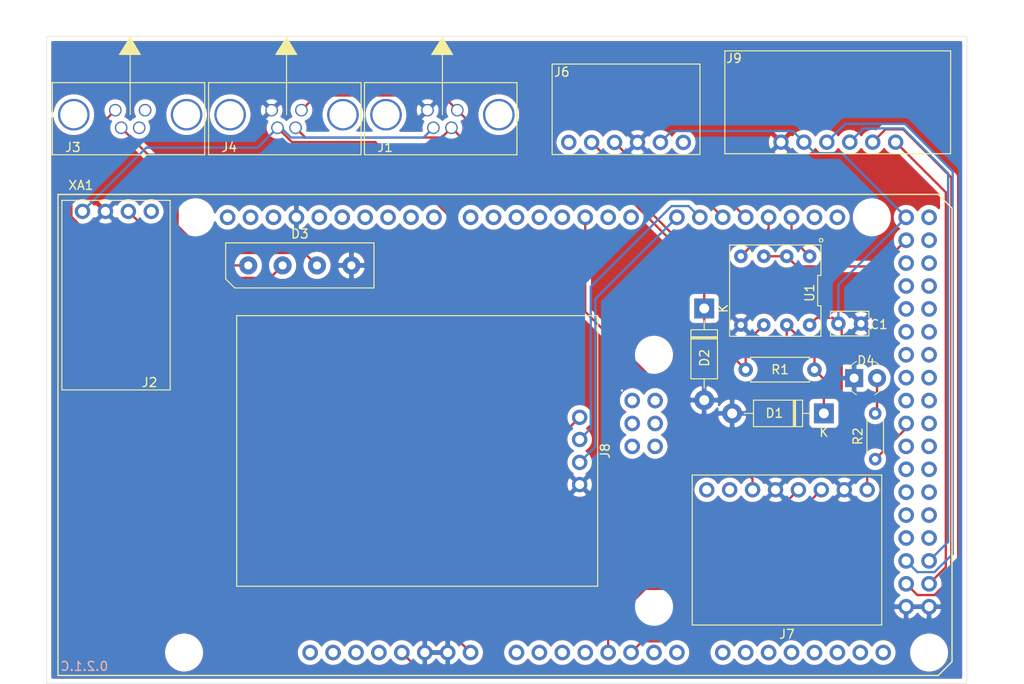
<source format=kicad_pcb>
(kicad_pcb (version 20171130) (host pcbnew "(5.1.8)-1")
  (layers (0 F.Cu signal) (31 B.Cu signal) (34 B.Paste user) (35 F.Paste user) (36 B.SilkS user) (37 F.SilkS user) (38 B.Mask user) (39 F.Mask user) (44 Edge.Cuts user))
  (net 0 "")
  (net 1 GND)
  (net 2 VCC)
  (net 3 "Net-(D1-Pad1)")
  (net 4 "Net-(D2-Pad1)")
  (net 5 /VIN)
  (net 6 "Net-(D3-Pad2)")
  (net 7 /D17)
  (net 8 /D16)
  (net 9 /A5)
  (net 10 /A4)
  (net 11 /D2)
  (net 12 /D15)
  (net 13 /D14)
  (net 14 /D53)
  (net 15 /D52)
  (net 16 /D51)
  (net 17 /D50)
  (net 18 /A8)
  (net 19 /A9)
  (net 20 /A10)
  (net 21 /A11)
  (net 22 /A12)
  (net 23 /A13)
  (net 24 /A14)
  (net 25 /A15)
  (net 26 /D21)
  (net 27 /D19)
  (net 28 /D18)
  (net 29 /D22)
  (net 30 /D23)
  (net 31 /D24)
  (net 32 /D25)
  (net 33 /D26)
  (net 34 /D27)
  (net 35 /D28)
  (net 36 /D29)
  (net 37 /D30)
  (net 38 /D31)
  (net 39 /D32)
  (net 40 /D33)
  (net 41 /D34)
  (net 42 /D35)
  (net 43 /D36)
  (net 44 /D37)
  (net 45 /D38)
  (net 46 /D39)
  (net 47 /D40)
  (net 48 /D41)
  (net 49 /D42)
  (net 50 /D43)
  (net 51 /D44)
  (net 52 /D45)
  (net 53 /D46)
  (net 54 /D47)
  (net 55 /D48)
  (net 56 /D49)
  (net 57 /A7)
  (net 58 /A6)
  (net 59 /A3)
  (net 60 /A2)
  (net 61 /A1)
  (net 62 /A0)
  (net 63 /D7)
  (net 64 /D6)
  (net 65 /D5)
  (net 66 /D4)
  (net 67 /D3)
  (net 68 /D1)
  (net 69 /D0)
  (net 70 /IOREF)
  (net 71 /RESET)
  (net 72 /AREF)
  (net 73 /D13)
  (net 74 /D12)
  (net 75 /D11)
  (net 76 /D10)
  (net 77 /D9)
  (net 78 /D8)
  (net 79 /D20)
  (net 80 "Net-(D4-Pad2)")
  (net 81 VDD)
  (net 82 "Net-(XA1-PadMISO)")
  (net 83 "Net-(XA1-Pad5V2)")
  (net 84 "Net-(XA1-PadSCK)")
  (net 85 "Net-(XA1-PadMOSI)")
  (net 86 "Net-(XA1-PadGND4)")
  (net 87 "Net-(XA1-PadRST2)")
  (net 88 "Net-(D3-Pad1)")
  (net 89 "Net-(D3-Pad3)")
  (net 90 "Net-(J6-Pad1)")
  (net 91 "Net-(J6-Pad6)")
  (net 92 "Net-(J7-Pad1)")
  (net 93 "Net-(J7-Pad2)")
  (net 94 SCL)
  (net 95 SDA)
  (net 96 "Net-(J2-Pad1)")
  (net 97 "Net-(J3-Pad4)")
  (net 98 "Net-(J3-Pad3)")
  (module Arduino:Arduino_Mega2560_Shield (layer F.Cu) (at 82.169 88.646)
    (fp_text reference XA1 (at 2.54 -54.356) (layer F.SilkS))
    (fp_text value Arduino_Mega2560_Shield)
    (fp_line (start 0 -53.34) (end 97.536 -53.34) (layer F.SilkS) (width 0.15))
    (fp_line (start 0 0) (end 97.536 0) (layer F.SilkS) (width 0.15))
    (fp_line (start 97.536 -53.34) (end 99.06 -51.816) (layer F.SilkS) (width 0.15))
    (fp_line (start 99.06 -40.64) (end 99.06 -51.816) (layer F.SilkS) (width 0.15))
    (fp_line (start 0 -53.34) (end 0 0) (layer F.SilkS) (width 0.15))
    (fp_line (start 99.06 -40.64) (end 99.06 -1.524) (layer F.SilkS) (width 0.15))
    (fp_line (start 97.536 0) (end 99.06 -1.524) (layer F.SilkS) (width 0.15))
    (fp_text user . (at 62.484 -32.004) (layer F.SilkS))
    (pad MISO thru_hole oval (at 63.627 -30.48) (size 1.7272 1.7272) (drill 1.016) (layers *.Cu *.Mask) (net 82 "Net-(XA1-PadMISO)"))
    (pad GND6 thru_hole oval (at 96.52 -7.62) (size 1.7272 1.7272) (drill 1.016) (layers *.Cu *.Mask) (net 1 GND))
    (pad GND5 thru_hole oval (at 93.98 -7.62) (size 1.7272 1.7272) (drill 1.016) (layers *.Cu *.Mask) (net 1 GND))
    (pad D53 thru_hole oval (at 96.52 -10.16) (size 1.7272 1.7272) (drill 1.016) (layers *.Cu *.Mask) (net 14 /D53))
    (pad D52 thru_hole oval (at 93.98 -10.16) (size 1.7272 1.7272) (drill 1.016) (layers *.Cu *.Mask) (net 15 /D52))
    (pad D51 thru_hole oval (at 96.52 -12.7) (size 1.7272 1.7272) (drill 1.016) (layers *.Cu *.Mask) (net 16 /D51))
    (pad D50 thru_hole oval (at 93.98 -12.7) (size 1.7272 1.7272) (drill 1.016) (layers *.Cu *.Mask) (net 17 /D50))
    (pad D49 thru_hole oval (at 96.52 -15.24) (size 1.7272 1.7272) (drill 1.016) (layers *.Cu *.Mask) (net 56 /D49))
    (pad D48 thru_hole oval (at 93.98 -15.24) (size 1.7272 1.7272) (drill 1.016) (layers *.Cu *.Mask) (net 55 /D48))
    (pad D47 thru_hole oval (at 96.52 -17.78) (size 1.7272 1.7272) (drill 1.016) (layers *.Cu *.Mask) (net 54 /D47))
    (pad D46 thru_hole oval (at 93.98 -17.78) (size 1.7272 1.7272) (drill 1.016) (layers *.Cu *.Mask) (net 53 /D46))
    (pad D45 thru_hole oval (at 96.52 -20.32) (size 1.7272 1.7272) (drill 1.016) (layers *.Cu *.Mask) (net 52 /D45))
    (pad D44 thru_hole oval (at 93.98 -20.32) (size 1.7272 1.7272) (drill 1.016) (layers *.Cu *.Mask) (net 51 /D44))
    (pad D43 thru_hole oval (at 96.52 -22.86) (size 1.7272 1.7272) (drill 1.016) (layers *.Cu *.Mask) (net 50 /D43))
    (pad D42 thru_hole oval (at 93.98 -22.86) (size 1.7272 1.7272) (drill 1.016) (layers *.Cu *.Mask) (net 49 /D42))
    (pad D41 thru_hole oval (at 96.52 -25.4) (size 1.7272 1.7272) (drill 1.016) (layers *.Cu *.Mask) (net 48 /D41))
    (pad D40 thru_hole oval (at 93.98 -25.4) (size 1.7272 1.7272) (drill 1.016) (layers *.Cu *.Mask) (net 47 /D40))
    (pad D39 thru_hole oval (at 96.52 -27.94) (size 1.7272 1.7272) (drill 1.016) (layers *.Cu *.Mask) (net 46 /D39))
    (pad D38 thru_hole oval (at 93.98 -27.94) (size 1.7272 1.7272) (drill 1.016) (layers *.Cu *.Mask) (net 45 /D38))
    (pad D37 thru_hole oval (at 96.52 -30.48) (size 1.7272 1.7272) (drill 1.016) (layers *.Cu *.Mask) (net 44 /D37))
    (pad D36 thru_hole oval (at 93.98 -30.48) (size 1.7272 1.7272) (drill 1.016) (layers *.Cu *.Mask) (net 43 /D36))
    (pad D35 thru_hole oval (at 96.52 -33.02) (size 1.7272 1.7272) (drill 1.016) (layers *.Cu *.Mask) (net 42 /D35))
    (pad D34 thru_hole oval (at 93.98 -33.02) (size 1.7272 1.7272) (drill 1.016) (layers *.Cu *.Mask) (net 41 /D34))
    (pad D33 thru_hole oval (at 96.52 -35.56) (size 1.7272 1.7272) (drill 1.016) (layers *.Cu *.Mask) (net 40 /D33))
    (pad D32 thru_hole oval (at 93.98 -35.56) (size 1.7272 1.7272) (drill 1.016) (layers *.Cu *.Mask) (net 39 /D32))
    (pad D31 thru_hole oval (at 96.52 -38.1) (size 1.7272 1.7272) (drill 1.016) (layers *.Cu *.Mask) (net 38 /D31))
    (pad D30 thru_hole oval (at 93.98 -38.1) (size 1.7272 1.7272) (drill 1.016) (layers *.Cu *.Mask) (net 37 /D30))
    (pad D29 thru_hole oval (at 96.52 -40.64) (size 1.7272 1.7272) (drill 1.016) (layers *.Cu *.Mask) (net 36 /D29))
    (pad D28 thru_hole oval (at 93.98 -40.64) (size 1.7272 1.7272) (drill 1.016) (layers *.Cu *.Mask) (net 35 /D28))
    (pad D27 thru_hole oval (at 96.52 -43.18) (size 1.7272 1.7272) (drill 1.016) (layers *.Cu *.Mask) (net 34 /D27))
    (pad D26 thru_hole oval (at 93.98 -43.18) (size 1.7272 1.7272) (drill 1.016) (layers *.Cu *.Mask) (net 33 /D26))
    (pad D25 thru_hole oval (at 96.52 -45.72) (size 1.7272 1.7272) (drill 1.016) (layers *.Cu *.Mask) (net 32 /D25))
    (pad D24 thru_hole oval (at 93.98 -45.72) (size 1.7272 1.7272) (drill 1.016) (layers *.Cu *.Mask) (net 31 /D24))
    (pad D23 thru_hole oval (at 96.52 -48.26) (size 1.7272 1.7272) (drill 1.016) (layers *.Cu *.Mask) (net 30 /D23))
    (pad D22 thru_hole oval (at 93.98 -48.26) (size 1.7272 1.7272) (drill 1.016) (layers *.Cu *.Mask) (net 29 /D22))
    (pad 5V4 thru_hole oval (at 96.52 -50.8) (size 1.7272 1.7272) (drill 1.016) (layers *.Cu *.Mask) (net 2 VCC))
    (pad 5V3 thru_hole oval (at 93.98 -50.8) (size 1.7272 1.7272) (drill 1.016) (layers *.Cu *.Mask) (net 2 VCC))
    (pad A15 thru_hole oval (at 91.44 -2.54) (size 1.7272 1.7272) (drill 1.016) (layers *.Cu *.Mask) (net 25 /A15))
    (pad A14 thru_hole oval (at 88.9 -2.54) (size 1.7272 1.7272) (drill 1.016) (layers *.Cu *.Mask) (net 24 /A14))
    (pad A13 thru_hole oval (at 86.36 -2.54) (size 1.7272 1.7272) (drill 1.016) (layers *.Cu *.Mask) (net 23 /A13))
    (pad A12 thru_hole oval (at 83.82 -2.54) (size 1.7272 1.7272) (drill 1.016) (layers *.Cu *.Mask) (net 22 /A12))
    (pad A11 thru_hole oval (at 81.28 -2.54) (size 1.7272 1.7272) (drill 1.016) (layers *.Cu *.Mask) (net 21 /A11))
    (pad A10 thru_hole oval (at 78.74 -2.54) (size 1.7272 1.7272) (drill 1.016) (layers *.Cu *.Mask) (net 20 /A10))
    (pad A9 thru_hole oval (at 76.2 -2.54) (size 1.7272 1.7272) (drill 1.016) (layers *.Cu *.Mask) (net 19 /A9))
    (pad A8 thru_hole oval (at 73.66 -2.54) (size 1.7272 1.7272) (drill 1.016) (layers *.Cu *.Mask) (net 18 /A8))
    (pad A7 thru_hole oval (at 68.58 -2.54) (size 1.7272 1.7272) (drill 1.016) (layers *.Cu *.Mask) (net 57 /A7))
    (pad A6 thru_hole oval (at 66.04 -2.54) (size 1.7272 1.7272) (drill 1.016) (layers *.Cu *.Mask) (net 58 /A6))
    (pad A5 thru_hole oval (at 63.5 -2.54) (size 1.7272 1.7272) (drill 1.016) (layers *.Cu *.Mask) (net 9 /A5))
    (pad A4 thru_hole oval (at 60.96 -2.54) (size 1.7272 1.7272) (drill 1.016) (layers *.Cu *.Mask) (net 10 /A4))
    (pad A3 thru_hole oval (at 58.42 -2.54) (size 1.7272 1.7272) (drill 1.016) (layers *.Cu *.Mask) (net 59 /A3))
    (pad A2 thru_hole oval (at 55.88 -2.54) (size 1.7272 1.7272) (drill 1.016) (layers *.Cu *.Mask) (net 60 /A2))
    (pad A1 thru_hole oval (at 53.34 -2.54) (size 1.7272 1.7272) (drill 1.016) (layers *.Cu *.Mask) (net 61 /A1))
    (pad "" thru_hole oval (at 27.94 -2.54) (size 1.7272 1.7272) (drill 1.016) (layers *.Cu *.Mask))
    (pad D11 thru_hole oval (at 34.036 -50.8) (size 1.7272 1.7272) (drill 1.016) (layers *.Cu *.Mask) (net 75 /D11))
    (pad D12 thru_hole oval (at 31.496 -50.8) (size 1.7272 1.7272) (drill 1.016) (layers *.Cu *.Mask) (net 74 /D12))
    (pad D13 thru_hole oval (at 28.956 -50.8) (size 1.7272 1.7272) (drill 1.016) (layers *.Cu *.Mask) (net 73 /D13))
    (pad AREF thru_hole oval (at 23.876 -50.8) (size 1.7272 1.7272) (drill 1.016) (layers *.Cu *.Mask) (net 72 /AREF))
    (pad SDA thru_hole oval (at 21.336 -50.8) (size 1.7272 1.7272) (drill 1.016) (layers *.Cu *.Mask) (net 95 SDA))
    (pad SCL thru_hole oval (at 18.796 -50.8) (size 1.7272 1.7272) (drill 1.016) (layers *.Cu *.Mask) (net 94 SCL))
    (pad "" np_thru_hole circle (at 13.97 -2.54) (size 3.2 3.2) (drill 3.2) (layers *.Cu *.Mask))
    (pad "" np_thru_hole circle (at 96.52 -2.54) (size 3.2 3.2) (drill 3.2) (layers *.Cu *.Mask))
    (pad "" np_thru_hole circle (at 15.24 -50.8) (size 3.2 3.2) (drill 3.2) (layers *.Cu *.Mask))
    (pad "" np_thru_hole circle (at 90.17 -50.8) (size 3.2 3.2) (drill 3.2) (layers *.Cu *.Mask))
    (pad "" np_thru_hole circle (at 66.04 -35.56) (size 3.2 3.2) (drill 3.2) (layers *.Cu *.Mask))
    (pad "" np_thru_hole circle (at 66.04 -7.62) (size 3.2 3.2) (drill 3.2) (layers *.Cu *.Mask))
    (pad D10 thru_hole oval (at 36.576 -50.8) (size 1.7272 1.7272) (drill 1.016) (layers *.Cu *.Mask) (net 76 /D10))
    (pad D9 thru_hole oval (at 39.116 -50.8) (size 1.7272 1.7272) (drill 1.016) (layers *.Cu *.Mask) (net 77 /D9))
    (pad D8 thru_hole oval (at 41.656 -50.8) (size 1.7272 1.7272) (drill 1.016) (layers *.Cu *.Mask) (net 78 /D8))
    (pad GND1 thru_hole oval (at 26.416 -50.8) (size 1.7272 1.7272) (drill 1.016) (layers *.Cu *.Mask) (net 1 GND))
    (pad D7 thru_hole oval (at 45.72 -50.8) (size 1.7272 1.7272) (drill 1.016) (layers *.Cu *.Mask) (net 63 /D7))
    (pad D6 thru_hole oval (at 48.26 -50.8) (size 1.7272 1.7272) (drill 1.016) (layers *.Cu *.Mask) (net 64 /D6))
    (pad D5 thru_hole oval (at 50.8 -50.8) (size 1.7272 1.7272) (drill 1.016) (layers *.Cu *.Mask) (net 65 /D5))
    (pad D4 thru_hole oval (at 53.34 -50.8) (size 1.7272 1.7272) (drill 1.016) (layers *.Cu *.Mask) (net 66 /D4))
    (pad D3 thru_hole oval (at 55.88 -50.8) (size 1.7272 1.7272) (drill 1.016) (layers *.Cu *.Mask) (net 67 /D3))
    (pad D2 thru_hole oval (at 58.42 -50.8) (size 1.7272 1.7272) (drill 1.016) (layers *.Cu *.Mask) (net 11 /D2))
    (pad D1 thru_hole oval (at 60.96 -50.8) (size 1.7272 1.7272) (drill 1.016) (layers *.Cu *.Mask) (net 68 /D1))
    (pad D0 thru_hole oval (at 63.5 -50.8) (size 1.7272 1.7272) (drill 1.016) (layers *.Cu *.Mask) (net 69 /D0))
    (pad D14 thru_hole oval (at 68.58 -50.8) (size 1.7272 1.7272) (drill 1.016) (layers *.Cu *.Mask) (net 13 /D14))
    (pad D15 thru_hole oval (at 71.12 -50.8) (size 1.7272 1.7272) (drill 1.016) (layers *.Cu *.Mask) (net 12 /D15))
    (pad D16 thru_hole oval (at 73.66 -50.8) (size 1.7272 1.7272) (drill 1.016) (layers *.Cu *.Mask) (net 8 /D16))
    (pad D17 thru_hole oval (at 76.2 -50.8) (size 1.7272 1.7272) (drill 1.016) (layers *.Cu *.Mask) (net 7 /D17))
    (pad D18 thru_hole oval (at 78.74 -50.8) (size 1.7272 1.7272) (drill 1.016) (layers *.Cu *.Mask) (net 28 /D18))
    (pad D19 thru_hole oval (at 81.28 -50.8) (size 1.7272 1.7272) (drill 1.016) (layers *.Cu *.Mask) (net 27 /D19))
    (pad D20 thru_hole oval (at 83.82 -50.8) (size 1.7272 1.7272) (drill 1.016) (layers *.Cu *.Mask) (net 79 /D20))
    (pad D21 thru_hole oval (at 86.36 -50.8) (size 1.7272 1.7272) (drill 1.016) (layers *.Cu *.Mask) (net 26 /D21))
    (pad IORF thru_hole oval (at 30.48 -2.54) (size 1.7272 1.7272) (drill 1.016) (layers *.Cu *.Mask) (net 70 /IOREF))
    (pad RST1 thru_hole oval (at 33.02 -2.54) (size 1.7272 1.7272) (drill 1.016) (layers *.Cu *.Mask) (net 71 /RESET))
    (pad 3V3 thru_hole oval (at 35.56 -2.54) (size 1.7272 1.7272) (drill 1.016) (layers *.Cu *.Mask) (net 81 VDD))
    (pad 5V1 thru_hole oval (at 38.1 -2.54) (size 1.7272 1.7272) (drill 1.016) (layers *.Cu *.Mask) (net 2 VCC))
    (pad GND2 thru_hole oval (at 40.64 -2.54) (size 1.7272 1.7272) (drill 1.016) (layers *.Cu *.Mask) (net 1 GND))
    (pad GND3 thru_hole oval (at 43.18 -2.54) (size 1.7272 1.7272) (drill 1.016) (layers *.Cu *.Mask) (net 1 GND))
    (pad VIN thru_hole oval (at 45.72 -2.54) (size 1.7272 1.7272) (drill 1.016) (layers *.Cu *.Mask) (net 5 /VIN))
    (pad A0 thru_hole oval (at 50.8 -2.54) (size 1.7272 1.7272) (drill 1.016) (layers *.Cu *.Mask) (net 62 /A0))
    (pad 5V2 thru_hole oval (at 66.167 -30.48) (size 1.7272 1.7272) (drill 1.016) (layers *.Cu *.Mask) (net 83 "Net-(XA1-Pad5V2)"))
    (pad SCK thru_hole oval (at 63.627 -27.94) (size 1.7272 1.7272) (drill 1.016) (layers *.Cu *.Mask) (net 84 "Net-(XA1-PadSCK)"))
    (pad MOSI thru_hole oval (at 66.167 -27.94) (size 1.7272 1.7272) (drill 1.016) (layers *.Cu *.Mask) (net 85 "Net-(XA1-PadMOSI)"))
    (pad GND4 thru_hole oval (at 66.167 -25.4) (size 1.7272 1.7272) (drill 1.016) (layers *.Cu *.Mask) (net 86 "Net-(XA1-PadGND4)"))
    (pad RST2 thru_hole oval (at 63.627 -25.4) (size 1.7272 1.7272) (drill 1.016) (layers *.Cu *.Mask) (net 87 "Net-(XA1-PadRST2)"))
  )
  (module Onboard_Sensors:SD_Module_Vertical (layer F.Cu) (at 168.5036 30.8864 180)
    (fp_text reference J9 (at 11.43 10.668) (layer F.SilkS))
    (fp_text value SD_Card_Module)
    (fp_line (start -12.5635 0.09) (end -12.573 11.4935) (layer F.SilkS) (width 0.12))
    (fp_line (start 12.446 11.4935) (end -12.573 11.4935) (layer F.SilkS) (width 0.12))
    (fp_line (start -12.5635 0.09) (end 12.4365 0.09) (layer F.SilkS) (width 0.12))
    (fp_line (start 12.446 0.09) (end 12.446 11.4935) (layer F.SilkS) (width 0.12))
    (pad 6 thru_hole circle (at 6.223 1.3755 180) (size 1.7 1.7) (drill 1) (layers *.Cu *.Mask) (net 1 GND))
    (pad 5 thru_hole circle (at 3.683 1.3755 180) (size 1.7 1.7) (drill 1) (layers *.Cu *.Mask) (net 2 VCC))
    (pad 4 thru_hole circle (at 1.143 1.3755 180) (size 1.7 1.7) (drill 1) (layers *.Cu *.Mask) (net 17 /D50))
    (pad 3 thru_hole circle (at -1.397 1.3755 180) (size 1.7 1.7) (drill 1) (layers *.Cu *.Mask) (net 16 /D51))
    (pad 2 thru_hole circle (at -3.937 1.3755 180) (size 1.7 1.7) (drill 1) (layers *.Cu *.Mask) (net 15 /D52))
    (pad 1 thru_hole circle (at -6.477 1.3755 180) (size 1.7 1.7) (drill 1) (layers *.Cu *.Mask) (net 14 /D53))
  )
  (module Capacitor_THT:C_Rect_L4.0mm_W2.5mm_P2.50mm (layer F.Cu) (at 171.1452 49.6316 180)
    (fp_text reference C1 (at -1.9812 -0.1016) (layer F.SilkS))
    (fp_text value 0.1uF)
    (fp_line (start 3.37 0.665) (end 3.37 1.37) (layer F.SilkS) (width 0.12))
    (fp_line (start 3.37 -1.37) (end 3.37 -0.665) (layer F.SilkS) (width 0.12))
    (fp_line (start -0.87 0.665) (end -0.87 1.37) (layer F.SilkS) (width 0.12))
    (fp_line (start -0.87 -1.37) (end -0.87 -0.665) (layer F.SilkS) (width 0.12))
    (fp_line (start -0.87 1.37) (end 3.37 1.37) (layer F.SilkS) (width 0.12))
    (fp_line (start -0.87 -1.37) (end 3.37 -1.37) (layer F.SilkS) (width 0.12))
    (pad 2 thru_hole circle (at 2.5 0 180) (size 1.6 1.6) (drill 0.8) (layers *.Cu *.Mask) (net 2 VCC))
    (pad 1 thru_hole circle (at 0 0 180) (size 1.6 1.6) (drill 0.8) (layers *.Cu *.Mask) (net 1 GND))
  )
  (module TTS-URAT:KBP306GTB (layer F.Cu) (at 108.966 43.18)
    (fp_text reference D3 (at 0 -3.5) (layer F.SilkS))
    (fp_text value D_Bridge_+AA-)
    (fp_line (start 8.215 2.5) (end -7.215 2.5) (layer F.SilkS) (width 0.12))
    (fp_line (start 8.215 -2.5) (end 8.215 2.5) (layer F.SilkS) (width 0.12))
    (fp_line (start -8.215 -2.5) (end 8.215 -2.5) (layer F.SilkS) (width 0.12))
    (fp_line (start -8.215 1.5) (end -8.215 -2.5) (layer F.SilkS) (width 0.12))
    (fp_line (start -7.215 2.5) (end -8.215 1.5) (layer F.SilkS) (width 0.12))
    (pad 4 thru_hole oval (at 5.715 0) (size 2 2) (drill 0.9) (layers *.Cu *.Mask) (net 1 GND))
    (pad 3 thru_hole oval (at 1.905 0) (size 2 2) (drill 0.9) (layers *.Cu *.Mask) (net 89 "Net-(D3-Pad3)"))
    (pad 2 thru_hole oval (at -1.905 0) (size 2 2) (drill 0.9) (layers *.Cu *.Mask) (net 6 "Net-(D3-Pad2)"))
    (pad 1 thru_hole oval (at -5.715 0) (size 2 2) (drill 0.9) (layers *.Cu *.Mask) (net 88 "Net-(D3-Pad1)"))
  )
  (module Onboard_Sensors:GY-521 (layer F.Cu) (at 162.941 75.057 270)
    (fp_text reference J7 (at 9.017 0 180) (layer F.SilkS))
    (fp_text value "MPU 6050")
    (fp_line (start -8.636 -10.5) (end -8.636 10.5) (layer F.SilkS) (width 0.12))
    (fp_line (start -8.636 10.5) (end 8 10.5) (layer F.SilkS) (width 0.12))
    (fp_line (start 8 10.5) (end 8 -10.5) (layer F.SilkS) (width 0.12))
    (fp_line (start -8.636 -10.5) (end 8 -10.5) (layer F.SilkS) (width 0.12))
    (pad 8 thru_hole circle (at -7 -8.89 270) (size 1.7 1.7) (drill 1) (layers *.Cu *.Mask) (net 2 VCC))
    (pad 7 thru_hole circle (at -7 -6.35 270) (size 1.7 1.7) (drill 1) (layers *.Cu *.Mask) (net 1 GND))
    (pad 6 thru_hole circle (at -7 -3.81 270) (size 1.7 1.7) (drill 1) (layers *.Cu *.Mask) (net 9 /A5))
    (pad 5 thru_hole circle (at -7 -1.27 270) (size 1.7 1.7) (drill 1) (layers *.Cu *.Mask) (net 10 /A4))
    (pad 4 thru_hole circle (at -7 1.27 270) (size 1.7 1.7) (drill 1) (layers *.Cu *.Mask) (net 1 GND))
    (pad 3 thru_hole circle (at -7 3.81 270) (size 1.7 1.7) (drill 1) (layers *.Cu *.Mask) (net 11 /D2))
    (pad 2 thru_hole circle (at -7 6.35 270) (size 1.7 1.7) (drill 1) (layers *.Cu *.Mask) (net 93 "Net-(J7-Pad2)"))
    (pad 1 thru_hole circle (at -7 8.89 270) (size 1.7 1.7) (drill 1) (layers *.Cu *.Mask) (net 92 "Net-(J7-Pad1)"))
  )
  (module Onboard_Sensors:NEO-6M (layer F.Cu) (at 121.9708 63.754 270)
    (fp_text reference J8 (at 0 -20.828 90) (layer F.SilkS))
    (fp_text value NEO-6M)
    (fp_line (start -15 -20) (end 15 -20) (layer F.SilkS) (width 0.12))
    (fp_line (start 15 -20) (end 15 20) (layer F.SilkS) (width 0.12))
    (fp_line (start -15 20) (end 15 20) (layer F.SilkS) (width 0.12))
    (fp_line (start -15 -20) (end -15 20) (layer F.SilkS) (width 0.12))
    (pad 4 thru_hole circle (at 3.73 -18 270) (size 1.7 1.7) (drill 1) (layers *.Cu *.Mask) (net 1 GND))
    (pad 3 thru_hole circle (at 1.27 -18 270) (size 1.7 1.7) (drill 1) (layers *.Cu *.Mask) (net 13 /D14))
    (pad 2 thru_hole circle (at -1.27 -18 270) (size 1.7 1.7) (drill 1) (layers *.Cu *.Mask) (net 12 /D15))
    (pad 1 thru_hole circle (at -3.73 -18 270) (size 1.7 1.7) (drill 1) (layers *.Cu *.Mask) (net 2 VCC))
  )
  (module Resistor_THT:R_Axial_DIN0207_L6.3mm_D2.5mm_P7.62mm_Horizontal (layer F.Cu) (at 165.989 54.737 180)
    (fp_text reference R1 (at 3.81 0) (layer F.SilkS))
    (fp_text value 100)
    (fp_line (start 7.08 1.37) (end 7.08 1.04) (layer F.SilkS) (width 0.12))
    (fp_line (start 0.54 1.37) (end 7.08 1.37) (layer F.SilkS) (width 0.12))
    (fp_line (start 0.54 1.04) (end 0.54 1.37) (layer F.SilkS) (width 0.12))
    (fp_line (start 7.08 -1.37) (end 7.08 -1.04) (layer F.SilkS) (width 0.12))
    (fp_line (start 0.54 -1.37) (end 7.08 -1.37) (layer F.SilkS) (width 0.12))
    (fp_line (start 0.54 -1.04) (end 0.54 -1.37) (layer F.SilkS) (width 0.12))
    (pad 2 thru_hole oval (at 7.62 0 180) (size 1.6 1.6) (drill 0.8) (layers *.Cu *.Mask) (net 4 "Net-(D2-Pad1)"))
    (pad 1 thru_hole circle (at 0 0 180) (size 1.6 1.6) (drill 0.8) (layers *.Cu *.Mask) (net 3 "Net-(D1-Pad1)"))
  )
  (module TTS-URAT:ISL81487EIPZ-PDIP (layer F.Cu) (at 161.6456 45.974 180)
    (fp_text reference U1 (at -3.81 -0.254 90) (layer F.SilkS))
    (fp_text value ISL81487EIPZ)
    (fp_circle (center -5.08 5.588) (end -4.88 5.588) (layer F.SilkS) (width 0.12))
    (fp_line (start -5.06 1.686666) (end -5.06 5.06) (layer F.SilkS) (width 0.12))
    (fp_line (start -4.7 1.686666) (end -5.06 1.686666) (layer F.SilkS) (width 0.12))
    (fp_line (start -4.7 -1.686666) (end -4.7 1.686666) (layer F.SilkS) (width 0.12))
    (fp_line (start -5.06 -1.686666) (end -4.7 -1.686666) (layer F.SilkS) (width 0.12))
    (fp_line (start -5.06 -5.06) (end -5.06 -1.686666) (layer F.SilkS) (width 0.12))
    (fp_line (start 5.06 -5.06) (end -5.06 -5.06) (layer F.SilkS) (width 0.12))
    (fp_line (start 5.06 5.06) (end 5.06 -5.06) (layer F.SilkS) (width 0.12))
    (fp_line (start -5.06 5.06) (end 5.06 5.06) (layer F.SilkS) (width 0.12))
    (pad 4 thru_hole circle (at 3.81 3.81 180) (size 1.5 1.5) (drill 0.7) (layers *.Cu *.Mask) (net 28 /D18))
    (pad 5 thru_hole circle (at 3.81 -3.81 180) (size 1.5 1.5) (drill 0.7) (layers *.Cu *.Mask) (net 1 GND))
    (pad 3 thru_hole circle (at 1.27 3.81 180) (size 1.5 1.5) (drill 0.7) (layers *.Cu *.Mask) (net 29 /D22))
    (pad 6 thru_hole circle (at 1.27 -3.81 180) (size 1.5 1.5) (drill 0.7) (layers *.Cu *.Mask) (net 4 "Net-(D2-Pad1)"))
    (pad 2 thru_hole circle (at -1.27 3.81 180) (size 1.5 1.5) (drill 0.7) (layers *.Cu *.Mask) (net 29 /D22))
    (pad 7 thru_hole circle (at -1.27 -3.81 180) (size 1.5 1.5) (drill 0.7) (layers *.Cu *.Mask) (net 3 "Net-(D1-Pad1)"))
    (pad 1 thru_hole circle (at -3.81 3.81 180) (size 1.5 1.5) (drill 0.7) (layers *.Cu *.Mask) (net 27 /D19))
    (pad 8 thru_hole circle (at -3.81 -3.81 180) (size 1.5 1.5) (drill 0.7) (layers *.Cu *.Mask) (net 2 VCC))
  )
  (module Onboard_Sensors:BLEHC-05 (layer F.Cu) (at 147.7772 30.8864 270)
    (fp_text reference J6 (at -9.144 9.779 180) (layer F.SilkS))
    (fp_text value "BLE HC-05")
    (fp_line (start 0 -5.5245) (end 0 10.8585) (layer F.SilkS) (width 0.12))
    (fp_line (start 0 10.8585) (end -10.033 10.8585) (layer F.SilkS) (width 0.12))
    (fp_line (start -10.033 -5.5245) (end -10.033 10.8585) (layer F.SilkS) (width 0.12))
    (fp_line (start 0 -5.5245) (end -10.033 -5.5245) (layer F.SilkS) (width 0.12))
    (pad 6 thru_hole circle (at -1.3485 -3.683 270) (size 1.7 1.7) (drill 1) (layers *.Cu *.Mask) (net 91 "Net-(J6-Pad6)"))
    (pad 5 thru_hole circle (at -1.3485 -1.143 270) (size 1.7 1.7) (drill 1) (layers *.Cu *.Mask) (net 2 VCC))
    (pad 4 thru_hole circle (at -1.3485 1.397 270) (size 1.7 1.7) (drill 1) (layers *.Cu *.Mask) (net 1 GND))
    (pad 3 thru_hole circle (at -1.3485 3.937 270) (size 1.7 1.7) (drill 1) (layers *.Cu *.Mask) (net 7 /D17))
    (pad 2 thru_hole circle (at -1.3485 6.477 270) (size 1.7 1.7) (drill 1) (layers *.Cu *.Mask) (net 8 /D16))
    (pad 1 thru_hole circle (at -1.3485 9.017 270) (size 1.7 1.7) (drill 1) (layers *.Cu *.Mask) (net 90 "Net-(J6-Pad1)"))
  )
  (module Diode_THT:D_DO-41_SOD81_P10.16mm_Horizontal (layer F.Cu) (at 167.0304 59.5884 180)
    (fp_text reference D1 (at 5.482999 0.025999) (layer F.SilkS))
    (fp_text value D_Zener)
    (fp_line (start 3.14 -1.47) (end 3.14 1.47) (layer F.SilkS) (width 0.12))
    (fp_line (start 3.38 -1.47) (end 3.38 1.47) (layer F.SilkS) (width 0.12))
    (fp_line (start 3.26 -1.47) (end 3.26 1.47) (layer F.SilkS) (width 0.12))
    (fp_line (start 8.82 0) (end 7.8 0) (layer F.SilkS) (width 0.12))
    (fp_line (start 1.34 0) (end 2.36 0) (layer F.SilkS) (width 0.12))
    (fp_line (start 7.8 -1.47) (end 2.36 -1.47) (layer F.SilkS) (width 0.12))
    (fp_line (start 7.8 1.47) (end 7.8 -1.47) (layer F.SilkS) (width 0.12))
    (fp_line (start 2.36 1.47) (end 7.8 1.47) (layer F.SilkS) (width 0.12))
    (fp_line (start 2.36 -1.47) (end 2.36 1.47) (layer F.SilkS) (width 0.12))
    (fp_text user K (at 0 -2.1) (layer F.SilkS))
    (pad 2 thru_hole oval (at 10.16 0 180) (size 2.2 2.2) (drill 1.1) (layers *.Cu *.Mask) (net 1 GND))
    (pad 1 thru_hole rect (at 0 0 180) (size 2.2 2.2) (drill 1.1) (layers *.Cu *.Mask) (net 3 "Net-(D1-Pad1)"))
  )
  (module Diode_THT:D_DO-41_SOD81_P10.16mm_Horizontal (layer F.Cu) (at 153.7716 47.9552 270)
    (fp_text reference D2 (at 5.482999 -0.033001 90) (layer F.SilkS))
    (fp_text value D_Zener)
    (fp_line (start 3.14 -1.47) (end 3.14 1.47) (layer F.SilkS) (width 0.12))
    (fp_line (start 3.38 -1.47) (end 3.38 1.47) (layer F.SilkS) (width 0.12))
    (fp_line (start 3.26 -1.47) (end 3.26 1.47) (layer F.SilkS) (width 0.12))
    (fp_line (start 8.82 0) (end 7.8 0) (layer F.SilkS) (width 0.12))
    (fp_line (start 1.34 0) (end 2.36 0) (layer F.SilkS) (width 0.12))
    (fp_line (start 7.8 -1.47) (end 2.36 -1.47) (layer F.SilkS) (width 0.12))
    (fp_line (start 7.8 1.47) (end 7.8 -1.47) (layer F.SilkS) (width 0.12))
    (fp_line (start 2.36 1.47) (end 7.8 1.47) (layer F.SilkS) (width 0.12))
    (fp_line (start 2.36 -1.47) (end 2.36 1.47) (layer F.SilkS) (width 0.12))
    (fp_text user K (at 0 -2.1 90) (layer F.SilkS))
    (pad 2 thru_hole oval (at 10.16 0 270) (size 2.2 2.2) (drill 1.1) (layers *.Cu *.Mask) (net 1 GND))
    (pad 1 thru_hole rect (at 0 0 270) (size 2.2 2.2) (drill 1.1) (layers *.Cu *.Mask) (net 4 "Net-(D2-Pad1)"))
  )
  (module Onboard_Sensors:Voltage_Regulator (layer F.Cu) (at 82.6008 35.9664 90)
    (fp_text reference J2 (at -20.193 9.7155 180) (layer F.SilkS))
    (fp_text value Conn_01x04_Female)
    (fp_line (start 0 12.0015) (end 0 0) (layer F.SilkS) (width 0.12))
    (fp_line (start -21.0185 12.0015) (end 0 12.0015) (layer F.SilkS) (width 0.12))
    (fp_line (start -21.0185 0) (end -21.0185 12.0015) (layer F.SilkS) (width 0.12))
    (fp_line (start 0 0) (end -21.0185 0) (layer F.SilkS) (width 0.12))
    (pad 1 thru_hole circle (at -1.2215 9.906 90) (size 1.7 1.7) (drill 1) (layers *.Cu *.Mask) (net 96 "Net-(J2-Pad1)"))
    (pad 2 thru_hole circle (at -1.2215 7.366 90) (size 1.7 1.7) (drill 1) (layers *.Cu *.Mask) (net 88 "Net-(D3-Pad1)"))
    (pad 3 thru_hole circle (at -1.2215 4.826 90) (size 1.7 1.7) (drill 1) (layers *.Cu *.Mask) (net 1 GND))
    (pad 4 thru_hole circle (at -1.2215 2.286 90) (size 1.7 1.7) (drill 1) (layers *.Cu *.Mask) (net 5 /VIN))
  )
  (module Digikey:LED_3mm_Radial (layer F.Cu) (at 172.9232 55.6768)
    (fp_text reference D4 (at -1.2192 -1.9304) (layer F.SilkS))
    (fp_text value RED)
    (fp_line (start 0.33 1.35) (end 0.33 1.1) (layer F.SilkS) (width 0.1))
    (fp_line (start 0.33 -1.35) (end 0.33 -1.1) (layer F.SilkS) (width 0.1))
    (fp_arc (start -1.27 0) (end -3.12 1) (angle -33.21396116) (layer F.SilkS) (width 0.1))
    (fp_arc (start -1.27 0) (end -2.27 -1.85) (angle -33.21396116) (layer F.SilkS) (width 0.1))
    (fp_arc (start -1.27 0) (end -0.27 1.85) (angle -21.45098095) (layer F.SilkS) (width 0.1))
    (fp_arc (start -1.27 0) (end 0.33 -1.35) (angle -21.45098095) (layer F.SilkS) (width 0.1))
    (pad 2 thru_hole circle (at 0 0) (size 2 2) (drill 1) (layers *.Cu *.Mask) (net 80 "Net-(D4-Pad2)"))
    (pad 1 thru_hole rect (at -2.54 0) (size 2 2) (drill 1) (layers *.Cu *.Mask) (net 1 GND))
  )
  (module Resistor_THT:R_Axial_DIN0204_L3.6mm_D1.6mm_P5.08mm_Horizontal (layer F.Cu) (at 172.72 64.6684 90)
    (fp_text reference R2 (at 2.54 -1.92 90) (layer F.SilkS))
    (fp_text value 4.7k)
    (fp_line (start 0.62 0.92) (end 4.46 0.92) (layer F.SilkS) (width 0.12))
    (fp_line (start 0.62 -0.92) (end 4.46 -0.92) (layer F.SilkS) (width 0.12))
    (pad 1 thru_hole circle (at 0 0 90) (size 1.4 1.4) (drill 0.7) (layers *.Cu *.Mask) (net 45 /D38))
    (pad 2 thru_hole oval (at 5.08 0 90) (size 1.4 1.4) (drill 0.7) (layers *.Cu *.Mask) (net 80 "Net-(D4-Pad2)"))
  )
  (module TTS-URAT:RHT-634-1261-1 (layer F.Cu) (at 124.7648 26.4668 180)
    (fp_text reference J1 (at 6.35 -3.6195) (layer F.SilkS))
    (fp_text value Mini-DIN-4)
    (fp_line (start 8.636 3.5555) (end 8.636 -4.4445) (layer F.SilkS) (width 0.12))
    (fp_line (start 8.636 3.5555) (end -8.262 3.5555) (layer F.SilkS) (width 0.12))
    (fp_line (start 0 8.6) (end 0 0) (layer F.SilkS) (width 0.12))
    (fp_line (start 8.636 -4.4445) (end -8.255 -4.445) (layer F.SilkS) (width 0.12))
    (fp_line (start -8.262 3.5555) (end -8.255 -4.445) (layer F.SilkS) (width 0.12))
    (fp_poly (pts (xy 0 8.5725) (xy -1.143 6.6675) (xy 1.2065 6.6675)) (layer F.SilkS) (width 0.1))
    (pad 4 thru_hole circle (at -1 -1.45 180) (size 1.4 1.4) (drill 1.1) (layers *.Cu *.Mask) (net 3 "Net-(D1-Pad1)"))
    (pad 2 thru_hole circle (at 1 -1.45 180) (size 1.4 1.4) (drill 1.1) (layers *.Cu *.Mask) (net 5 /VIN))
    (pad 1 thru_hole circle (at 1.65 0.5 180) (size 1.4 1.4) (drill 1.1) (layers *.Cu *.Mask) (net 1 GND))
    (pad 3 thru_hole circle (at -1.65 0.5 180) (size 1.4 1.4) (drill 1.1) (layers *.Cu *.Mask) (net 4 "Net-(D2-Pad1)"))
    (pad "" np_thru_hole circle (at 6.25 0 180) (size 3.5 3.5) (drill 3) (layers *.Cu *.Mask))
    (pad "" np_thru_hole circle (at -6.25 0 180) (size 3.5 3.5) (drill 3) (layers *.Cu *.Mask))
  )
  (module TTS-URAT:RHT-634-1261-1 (layer F.Cu) (at 90.17 26.4668 180)
    (fp_text reference J3 (at 6.35 -3.6195) (layer F.SilkS))
    (fp_text value Mini-DIN-4)
    (fp_line (start 8.636 3.5555) (end 8.636 -4.4445) (layer F.SilkS) (width 0.12))
    (fp_line (start 8.636 3.5555) (end -8.262 3.5555) (layer F.SilkS) (width 0.12))
    (fp_line (start 0 8.6) (end 0 0) (layer F.SilkS) (width 0.12))
    (fp_line (start 8.636 -4.4445) (end -8.255 -4.445) (layer F.SilkS) (width 0.12))
    (fp_line (start -8.262 3.5555) (end -8.255 -4.445) (layer F.SilkS) (width 0.12))
    (fp_poly (pts (xy 0 8.5725) (xy -1.143 6.6675) (xy 1.2065 6.6675)) (layer F.SilkS) (width 0.1))
    (pad 4 thru_hole circle (at -1 -1.45 180) (size 1.4 1.4) (drill 1.1) (layers *.Cu *.Mask) (net 97 "Net-(J3-Pad4)"))
    (pad 2 thru_hole circle (at 1 -1.45 180) (size 1.4 1.4) (drill 1.1) (layers *.Cu *.Mask) (net 89 "Net-(D3-Pad3)"))
    (pad 1 thru_hole circle (at 1.65 0.5 180) (size 1.4 1.4) (drill 1.1) (layers *.Cu *.Mask) (net 6 "Net-(D3-Pad2)"))
    (pad 3 thru_hole circle (at -1.65 0.5 180) (size 1.4 1.4) (drill 1.1) (layers *.Cu *.Mask) (net 98 "Net-(J3-Pad3)"))
    (pad "" np_thru_hole circle (at 6.25 0 180) (size 3.5 3.5) (drill 3) (layers *.Cu *.Mask))
    (pad "" np_thru_hole circle (at -6.25 0 180) (size 3.5 3.5) (drill 3) (layers *.Cu *.Mask))
  )
  (module TTS-URAT:RHT-634-1261-1 (layer F.Cu) (at 107.4928 26.4668 180)
    (fp_text reference J4 (at 6.35 -3.6195) (layer F.SilkS))
    (fp_text value Mini-DIN-4)
    (fp_poly (pts (xy 0 8.5725) (xy -1.143 6.6675) (xy 1.2065 6.6675)) (layer F.SilkS) (width 0.1))
    (fp_line (start -8.262 3.5555) (end -8.255 -4.445) (layer F.SilkS) (width 0.12))
    (fp_line (start 8.636 -4.4445) (end -8.255 -4.445) (layer F.SilkS) (width 0.12))
    (fp_line (start 0 8.6) (end 0 0) (layer F.SilkS) (width 0.12))
    (fp_line (start 8.636 3.5555) (end -8.262 3.5555) (layer F.SilkS) (width 0.12))
    (fp_line (start 8.636 3.5555) (end 8.636 -4.4445) (layer F.SilkS) (width 0.12))
    (pad "" np_thru_hole circle (at -6.25 0 180) (size 3.5 3.5) (drill 3) (layers *.Cu *.Mask))
    (pad "" np_thru_hole circle (at 6.25 0 180) (size 3.5 3.5) (drill 3) (layers *.Cu *.Mask))
    (pad 3 thru_hole circle (at -1.65 0.5 180) (size 1.4 1.4) (drill 1.1) (layers *.Cu *.Mask) (net 4 "Net-(D2-Pad1)"))
    (pad 1 thru_hole circle (at 1.65 0.5 180) (size 1.4 1.4) (drill 1.1) (layers *.Cu *.Mask) (net 1 GND))
    (pad 2 thru_hole circle (at 1 -1.45 180) (size 1.4 1.4) (drill 1.1) (layers *.Cu *.Mask) (net 5 /VIN))
    (pad 4 thru_hole circle (at -1 -1.45 180) (size 1.4 1.4) (drill 1.1) (layers *.Cu *.Mask) (net 3 "Net-(D1-Pad1)"))
  )
  (gr_line (start 182.88 17.78) (end 80.899 17.78) (layer Edge.Cuts) (width 0.05))
  (gr_text "0.2.1.C\n" (at 85.09 87.63) (layer B.SilkS) (effects (font (size 1 1)) (justify mirror)))
  (gr_line (start 182.88 89.535) (end 182.88 17.78) (layer Edge.Cuts) (width 0.05))
  (gr_line (start 80.899 89.535) (end 182.88 89.535) (layer Edge.Cuts) (width 0.05))
  (gr_line (start 80.899 17.78) (end 80.899 89.535) (layer Edge.Cuts) (width 0.05))
  (segment (start 165.4556 49.784) (end 166.255601 48.983999) (width 0.254) (layer F.Cu) (net 2))
  (segment (start 150.178201 28.279899) (end 148.9202 29.5379) (width 0.254) (layer B.Cu) (net 2))
  (segment (start 163.589599 28.279899) (end 150.178201 28.279899) (width 0.254) (layer B.Cu) (net 2))
  (segment (start 164.8206 29.5109) (end 163.589599 28.279899) (width 0.254) (layer B.Cu) (net 2))
  (segment (start 169.044901 30.741901) (end 176.149 37.846) (width 0.254) (layer B.Cu) (net 2))
  (segment (start 166.051601 30.741901) (end 169.044901 30.741901) (width 0.254) (layer B.Cu) (net 2))
  (segment (start 164.8206 29.5109) (end 166.051601 30.741901) (width 0.254) (layer B.Cu) (net 2))
  (segment (start 167.997599 48.983999) (end 168.6452 49.6316) (width 0.254) (layer F.Cu) (net 2))
  (segment (start 166.255601 48.983999) (end 167.997599 48.983999) (width 0.254) (layer F.Cu) (net 2))
  (segment (start 168.6452 45.3498) (end 168.6452 49.6316) (width 0.254) (layer B.Cu) (net 2))
  (segment (start 176.149 37.846) (end 168.6452 45.3498) (width 0.254) (layer B.Cu) (net 2))
  (segment (start 169.002199 49.988599) (end 168.6452 49.6316) (width 0.254) (layer F.Cu) (net 2))
  (segment (start 169.002199 63.185799) (end 169.002199 49.988599) (width 0.254) (layer F.Cu) (net 2))
  (segment (start 171.831 66.0146) (end 169.002199 63.185799) (width 0.254) (layer F.Cu) (net 2))
  (segment (start 171.831 68.057) (end 171.831 66.0146) (width 0.254) (layer F.Cu) (net 2))
  (segment (start 122.1994 88.0364) (end 120.269 86.106) (width 0.254) (layer F.Cu) (net 2))
  (segment (start 130.556 86.5124) (end 129.032 88.0364) (width 0.254) (layer F.Cu) (net 2))
  (segment (start 129.032 88.0364) (end 122.1994 88.0364) (width 0.254) (layer F.Cu) (net 2))
  (segment (start 130.556 69.4388) (end 130.556 86.5124) (width 0.254) (layer F.Cu) (net 2))
  (segment (start 139.9708 60.024) (end 130.556 69.4388) (width 0.254) (layer F.Cu) (net 2))
  (segment (start 124.683799 28.997801) (end 125.7648 27.9168) (width 0.254) (layer F.Cu) (net 3))
  (segment (start 109.573801 28.997801) (end 124.683799 28.997801) (width 0.254) (layer F.Cu) (net 3))
  (segment (start 108.4928 27.9168) (end 109.573801 28.997801) (width 0.254) (layer F.Cu) (net 3))
  (segment (start 167.0304 55.7784) (end 165.989 54.737) (width 0.254) (layer F.Cu) (net 3))
  (segment (start 167.0304 59.5884) (end 167.0304 55.7784) (width 0.254) (layer F.Cu) (net 3))
  (segment (start 165.989 52.8574) (end 162.9156 49.784) (width 0.254) (layer F.Cu) (net 3))
  (segment (start 165.989 54.737) (end 165.989 52.8574) (width 0.254) (layer F.Cu) (net 3))
  (segment (start 144.05661 34.3916) (end 132.2396 34.3916) (width 0.254) (layer F.Cu) (net 3))
  (segment (start 151.630199 41.965189) (end 144.05661 34.3916) (width 0.254) (layer F.Cu) (net 3))
  (segment (start 157.0228 56.7944) (end 151.630199 51.401799) (width 0.254) (layer F.Cu) (net 3))
  (segment (start 159.3596 56.7944) (end 157.0228 56.7944) (width 0.254) (layer F.Cu) (net 3))
  (segment (start 132.2396 34.3916) (end 125.7648 27.9168) (width 0.254) (layer F.Cu) (net 3))
  (segment (start 162.9156 53.2384) (end 159.3596 56.7944) (width 0.254) (layer F.Cu) (net 3))
  (segment (start 151.630199 51.401799) (end 151.630199 41.965189) (width 0.254) (layer F.Cu) (net 3))
  (segment (start 162.9156 49.784) (end 162.9156 53.2384) (width 0.254) (layer F.Cu) (net 3))
  (segment (start 124.783799 24.335799) (end 126.4148 25.9668) (width 0.254) (layer F.Cu) (net 4))
  (segment (start 110.773801 24.335799) (end 124.783799 24.335799) (width 0.254) (layer F.Cu) (net 4))
  (segment (start 109.1428 25.9668) (end 110.773801 24.335799) (width 0.254) (layer F.Cu) (net 4))
  (segment (start 158.369 51.7906) (end 160.3756 49.784) (width 0.254) (layer F.Cu) (net 4))
  (segment (start 158.369 54.737) (end 158.369 51.7906) (width 0.254) (layer F.Cu) (net 4))
  (segment (start 153.7716 50.1396) (end 158.369 54.737) (width 0.254) (layer F.Cu) (net 4))
  (segment (start 153.7716 47.9552) (end 153.7716 50.1396) (width 0.254) (layer F.Cu) (net 4))
  (segment (start 153.7716 47.9552) (end 153.7716 43.2308) (width 0.254) (layer F.Cu) (net 4))
  (segment (start 153.7716 43.2308) (end 141.9352 31.3944) (width 0.254) (layer F.Cu) (net 4))
  (segment (start 131.8424 31.3944) (end 126.4148 25.9668) (width 0.254) (layer F.Cu) (net 4))
  (segment (start 141.9352 31.3944) (end 131.8424 31.3944) (width 0.254) (layer F.Cu) (net 4))
  (segment (start 106.4928 27.9168) (end 104.2852 30.1244) (width 0.254) (layer B.Cu) (net 5))
  (segment (start 91.9503 30.1244) (end 84.8868 37.1879) (width 0.254) (layer B.Cu) (net 5))
  (segment (start 104.2852 30.1244) (end 91.9503 30.1244) (width 0.254) (layer B.Cu) (net 5))
  (segment (start 122.683799 28.997801) (end 123.7648 27.9168) (width 0.254) (layer B.Cu) (net 5))
  (segment (start 107.973919 28.997801) (end 122.683799 28.997801) (width 0.254) (layer B.Cu) (net 5))
  (segment (start 106.892918 27.9168) (end 107.973919 28.997801) (width 0.254) (layer B.Cu) (net 5))
  (segment (start 106.4928 27.9168) (end 106.892918 27.9168) (width 0.254) (layer B.Cu) (net 5))
  (segment (start 108.081811 29.505811) (end 106.4928 27.9168) (width 0.254) (layer F.Cu) (net 5))
  (segment (start 117.326821 29.505811) (end 108.081811 29.505811) (width 0.254) (layer F.Cu) (net 5))
  (segment (start 126.127367 38.306357) (end 117.326821 29.505811) (width 0.254) (layer F.Cu) (net 5))
  (segment (start 126.127367 84.344367) (end 126.127367 38.306357) (width 0.254) (layer F.Cu) (net 5))
  (segment (start 127.889 86.106) (end 126.127367 84.344367) (width 0.254) (layer F.Cu) (net 5))
  (segment (start 105.679999 44.561001) (end 107.061 43.18) (width 0.254) (layer F.Cu) (net 6))
  (segment (start 90.438019 44.561001) (end 105.679999 44.561001) (width 0.254) (layer F.Cu) (net 6))
  (segment (start 83.655799 37.778781) (end 90.438019 44.561001) (width 0.254) (layer F.Cu) (net 6))
  (segment (start 83.655799 30.831001) (end 83.655799 37.778781) (width 0.254) (layer F.Cu) (net 6))
  (segment (start 88.52 25.9668) (end 83.655799 30.831001) (width 0.254) (layer F.Cu) (net 6))
  (segment (start 152.4762 31.9532) (end 158.369 37.846) (width 0.254) (layer F.Cu) (net 7))
  (segment (start 146.2555 31.9532) (end 152.4762 31.9532) (width 0.254) (layer F.Cu) (net 7))
  (segment (start 143.8402 29.5379) (end 146.2555 31.9532) (width 0.254) (layer F.Cu) (net 7))
  (segment (start 141.3002 29.5379) (end 144.2235 32.4612) (width 0.254) (layer F.Cu) (net 8))
  (segment (start 150.4442 32.4612) (end 155.829 37.846) (width 0.254) (layer F.Cu) (net 8))
  (segment (start 144.2235 32.4612) (end 150.4442 32.4612) (width 0.254) (layer F.Cu) (net 8))
  (segment (start 149.946601 84.861399) (end 166.751 68.057) (width 0.254) (layer F.Cu) (net 9))
  (segment (start 146.913601 84.861399) (end 149.946601 84.861399) (width 0.254) (layer F.Cu) (net 9))
  (segment (start 145.669 86.106) (end 146.913601 84.861399) (width 0.254) (layer F.Cu) (net 9))
  (segment (start 143.129 83.174118) (end 143.129 86.106) (width 0.254) (layer F.Cu) (net 10))
  (segment (start 147.258119 79.044999) (end 143.129 83.174118) (width 0.254) (layer F.Cu) (net 10))
  (segment (start 153.223001 79.044999) (end 147.258119 79.044999) (width 0.254) (layer F.Cu) (net 10))
  (segment (start 164.211 68.057) (end 153.223001 79.044999) (width 0.254) (layer F.Cu) (net 10))
  (segment (start 140.589 48.312919) (end 140.589 37.846) (width 0.254) (layer F.Cu) (net 11))
  (segment (start 159.131 66.854919) (end 140.589 48.312919) (width 0.254) (layer F.Cu) (net 11))
  (segment (start 159.131 68.057) (end 159.131 66.854919) (width 0.254) (layer F.Cu) (net 11))
  (segment (start 152.044399 36.601399) (end 153.289 37.846) (width 0.254) (layer B.Cu) (net 12))
  (segment (start 150.151591 36.601399) (end 152.044399 36.601399) (width 0.254) (layer B.Cu) (net 12))
  (segment (start 141.201801 45.551189) (end 150.151591 36.601399) (width 0.254) (layer B.Cu) (net 12))
  (segment (start 141.201801 61.252999) (end 141.201801 45.551189) (width 0.254) (layer B.Cu) (net 12))
  (segment (start 139.9708 62.484) (end 141.201801 61.252999) (width 0.254) (layer B.Cu) (net 12))
  (segment (start 141.709811 46.885189) (end 150.749 37.846) (width 0.254) (layer B.Cu) (net 13))
  (segment (start 141.709811 63.284989) (end 141.709811 46.885189) (width 0.254) (layer B.Cu) (net 13))
  (segment (start 139.9708 65.024) (end 141.709811 63.284989) (width 0.254) (layer B.Cu) (net 13))
  (segment (start 180.5432 35.0735) (end 174.9806 29.5109) (width 0.254) (layer F.Cu) (net 14))
  (segment (start 180.5432 76.6318) (end 180.5432 35.0735) (width 0.254) (layer F.Cu) (net 14))
  (segment (start 178.689 78.486) (end 180.5432 76.6318) (width 0.254) (layer F.Cu) (net 14))
  (segment (start 173.8591 28.0924) (end 172.4406 29.5109) (width 0.254) (layer F.Cu) (net 15))
  (segment (start 175.8188 28.0924) (end 173.8591 28.0924) (width 0.254) (layer F.Cu) (net 15))
  (segment (start 181.1528 33.4264) (end 175.8188 28.0924) (width 0.254) (layer F.Cu) (net 15))
  (segment (start 181.1528 77.86421) (end 181.1528 33.4264) (width 0.254) (layer F.Cu) (net 15))
  (segment (start 179.286409 79.730601) (end 181.1528 77.86421) (width 0.254) (layer F.Cu) (net 15))
  (segment (start 177.393601 79.730601) (end 179.286409 79.730601) (width 0.254) (layer F.Cu) (net 15))
  (segment (start 176.149 78.486) (end 177.393601 79.730601) (width 0.254) (layer F.Cu) (net 15))
  (segment (start 178.689 75.946) (end 180.7972 73.8378) (width 0.254) (layer B.Cu) (net 16))
  (segment (start 180.7972 73.8378) (end 180.7972 32.9692) (width 0.254) (layer B.Cu) (net 16))
  (segment (start 171.4207 27.9908) (end 169.9006 29.5109) (width 0.254) (layer B.Cu) (net 16))
  (segment (start 180.7972 32.9692) (end 175.8188 27.9908) (width 0.254) (layer B.Cu) (net 16))
  (segment (start 175.8188 27.9908) (end 171.4207 27.9908) (width 0.254) (layer B.Cu) (net 16))
  (segment (start 176.029225 27.482789) (end 169.388711 27.482789) (width 0.254) (layer B.Cu) (net 17))
  (segment (start 181.30521 32.758774) (end 176.029225 27.482789) (width 0.254) (layer B.Cu) (net 17))
  (segment (start 176.149 75.946) (end 177.393601 77.190601) (width 0.254) (layer B.Cu) (net 17))
  (segment (start 177.393601 77.190601) (end 179.286409 77.190601) (width 0.254) (layer B.Cu) (net 17))
  (segment (start 179.286409 77.190601) (end 181.30521 75.1718) (width 0.254) (layer B.Cu) (net 17))
  (segment (start 181.30521 75.1718) (end 181.30521 32.758774) (width 0.254) (layer B.Cu) (net 17))
  (segment (start 169.388711 27.482789) (end 167.3606 29.5109) (width 0.254) (layer B.Cu) (net 17))
  (segment (start 163.449 40.1574) (end 165.4556 42.164) (width 0.254) (layer F.Cu) (net 27))
  (segment (start 163.449 37.846) (end 163.449 40.1574) (width 0.254) (layer F.Cu) (net 27))
  (segment (start 160.909 39.0906) (end 157.8356 42.164) (width 0.254) (layer F.Cu) (net 28))
  (segment (start 160.909 37.846) (end 160.909 39.0906) (width 0.254) (layer F.Cu) (net 28))
  (segment (start 173.239999 43.295001) (end 176.149 40.386) (width 0.254) (layer F.Cu) (net 29))
  (segment (start 164.046601 43.295001) (end 173.239999 43.295001) (width 0.254) (layer F.Cu) (net 29))
  (segment (start 162.9156 42.164) (end 164.046601 43.295001) (width 0.254) (layer F.Cu) (net 29))
  (segment (start 160.3756 42.164) (end 162.9156 42.164) (width 0.254) (layer F.Cu) (net 29))
  (segment (start 176.149 61.2394) (end 176.149 60.706) (width 0.254) (layer F.Cu) (net 45))
  (segment (start 172.72 64.6684) (end 176.149 61.2394) (width 0.254) (layer F.Cu) (net 45))
  (segment (start 172.9232 59.3852) (end 172.72 59.5884) (width 0.254) (layer F.Cu) (net 80))
  (segment (start 172.9232 55.6768) (end 172.9232 59.3852) (width 0.254) (layer F.Cu) (net 80))
  (segment (start 95.9589 43.18) (end 89.9668 37.1879) (width 0.254) (layer F.Cu) (net 88))
  (segment (start 103.251 43.18) (end 95.9589 43.18) (width 0.254) (layer F.Cu) (net 88))
  (segment (start 109.489999 41.798999) (end 110.871 43.18) (width 0.254) (layer F.Cu) (net 89))
  (segment (start 95.427999 38.796881) (end 98.430117 41.798999) (width 0.254) (layer F.Cu) (net 89))
  (segment (start 95.427999 34.174799) (end 95.427999 38.796881) (width 0.254) (layer F.Cu) (net 89))
  (segment (start 98.430117 41.798999) (end 109.489999 41.798999) (width 0.254) (layer F.Cu) (net 89))
  (segment (start 89.17 27.9168) (end 95.427999 34.174799) (width 0.254) (layer F.Cu) (net 89))
  (zone (net 1) (net_name GND) (layer B.Cu) (connect_pads (clearance 0.508)) (min_thickness 0.254) (fill yes (arc_segments 32) (thermal_gap 0.508) (thermal_bridge_width 0.508))
    (polygon (pts (xy 182.88 89.5096) (xy 80.9244 89.5096) (xy 80.9244 17.78) (xy 182.88 17.78)))
  )
  (zone (net 1) (net_name GND) (layer F.Cu) (connect_pads (clearance 0.508)) (min_thickness 0.254) (fill yes (arc_segments 32) (thermal_gap 0.508) (thermal_bridge_width 0.508))
    (polygon (pts (xy 182.88 89.5096) (xy 80.9244 89.5096) (xy 80.9244 17.78) (xy 182.88 17.78)))
  )
)
</source>
